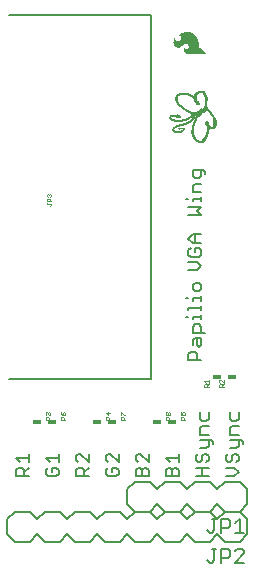
<source format=gbr>
G04 EAGLE Gerber RS-274X export*
G75*
%MOMM*%
%FSLAX34Y34*%
%LPD*%
%INSilkscreen Top*%
%IPPOS*%
%AMOC8*
5,1,8,0,0,1.08239X$1,22.5*%
G01*
%ADD10C,0.203200*%
%ADD11R,0.010600X0.341400*%
%ADD12R,0.010600X0.458600*%
%ADD13R,0.010800X0.501400*%
%ADD14R,0.010600X0.544000*%
%ADD15R,0.010600X0.587000*%
%ADD16R,0.010600X0.619000*%
%ADD17R,0.010600X0.672200*%
%ADD18R,0.010600X0.715200*%
%ADD19R,0.010600X0.747200*%
%ADD20R,0.010600X0.768600*%
%ADD21R,0.010600X0.811200*%
%ADD22R,0.010600X0.843200*%
%ADD23R,0.010600X0.875200*%
%ADD24R,0.010600X0.896600*%
%ADD25R,0.010600X0.928600*%
%ADD26R,0.010600X0.960600*%
%ADD27R,0.010600X0.981800*%
%ADD28R,0.010600X1.024600*%
%ADD29R,0.010600X1.056600*%
%ADD30R,0.010600X0.341600*%
%ADD31R,0.010600X0.320200*%
%ADD32R,0.010600X0.298600*%
%ADD33R,0.010600X0.288200*%
%ADD34R,0.010600X0.277200*%
%ADD35R,0.010600X0.256200*%
%ADD36R,0.010600X0.277400*%
%ADD37R,0.010600X0.224200*%
%ADD38R,0.010600X0.256000*%
%ADD39R,0.010600X0.213600*%
%ADD40R,0.010600X0.245400*%
%ADD41R,0.010600X0.202800*%
%ADD42R,0.010600X0.245200*%
%ADD43R,0.010600X0.192200*%
%ADD44R,0.010600X0.224000*%
%ADD45R,0.010600X0.213400*%
%ADD46R,0.010600X0.213200*%
%ADD47R,0.010600X0.234600*%
%ADD48R,0.010600X0.245600*%
%ADD49R,0.010600X0.181600*%
%ADD50R,0.010600X0.235000*%
%ADD51R,0.010600X0.171000*%
%ADD52R,0.010600X0.160200*%
%ADD53R,0.010600X0.149600*%
%ADD54R,0.010600X0.139000*%
%ADD55R,0.010600X0.117600*%
%ADD56R,0.010600X0.203000*%
%ADD57R,0.010600X0.106800*%
%ADD58R,0.010600X0.096200*%
%ADD59R,0.010600X0.085600*%
%ADD60R,0.010600X0.085400*%
%ADD61R,0.010600X0.170800*%
%ADD62R,0.010600X0.096000*%
%ADD63R,0.010600X0.160000*%
%ADD64R,0.010600X0.138600*%
%ADD65R,0.010600X0.106600*%
%ADD66R,0.010600X0.288000*%
%ADD67R,0.010600X0.384000*%
%ADD68R,0.010600X0.181400*%
%ADD69R,0.010600X0.149200*%
%ADD70R,0.010600X0.426600*%
%ADD71R,0.010600X0.149400*%
%ADD72R,0.010800X0.266600*%
%ADD73R,0.010800X0.160000*%
%ADD74R,0.010600X0.875000*%
%ADD75R,0.010600X0.928400*%
%ADD76R,0.010600X0.981600*%
%ADD77R,0.010600X1.035200*%
%ADD78R,0.010600X0.128000*%
%ADD79R,0.010600X1.078000*%
%ADD80R,0.010600X1.142000*%
%ADD81R,0.010600X1.184600*%
%ADD82R,0.010600X1.216600*%
%ADD83R,0.010600X1.238000*%
%ADD84R,0.010600X1.270000*%
%ADD85R,0.010600X0.480200*%
%ADD86R,0.010600X0.416000*%
%ADD87R,0.010600X0.394600*%
%ADD88R,0.010600X0.437600*%
%ADD89R,0.010600X0.266600*%
%ADD90R,0.010600X0.416200*%
%ADD91R,0.010600X0.352000*%
%ADD92R,0.010600X0.533600*%
%ADD93R,0.010600X0.395000*%
%ADD94R,0.010600X0.608400*%
%ADD95R,0.010600X0.373600*%
%ADD96R,0.010600X0.330600*%
%ADD97R,0.010600X0.715000*%
%ADD98R,0.010600X0.309400*%
%ADD99R,0.010600X0.309200*%
%ADD100R,0.010600X0.779000*%
%ADD101R,0.010600X0.320000*%
%ADD102R,0.010600X0.394800*%
%ADD103R,0.010600X0.907200*%
%ADD104R,0.010600X1.398000*%
%ADD105R,0.010600X1.419200*%
%ADD106R,0.010600X0.373400*%
%ADD107R,0.010600X1.451400*%
%ADD108R,0.010600X1.483400*%
%ADD109R,0.010600X0.362600*%
%ADD110R,0.010600X0.085200*%
%ADD111R,0.010600X1.504600*%
%ADD112R,0.010600X1.536600*%
%ADD113R,0.010600X1.558000*%
%ADD114R,0.010600X1.590000*%
%ADD115R,0.010600X0.522600*%
%ADD116R,0.010600X0.512000*%
%ADD117R,0.010600X0.501400*%
%ADD118R,0.010600X0.480000*%
%ADD119R,0.010600X0.459000*%
%ADD120R,0.010600X0.448200*%
%ADD121R,0.010600X0.427000*%
%ADD122R,0.010600X0.309600*%
%ADD123R,0.010600X0.384200*%
%ADD124R,0.010600X0.299000*%
%ADD125R,0.010600X0.298800*%
%ADD126R,0.010600X0.277600*%
%ADD127R,0.010600X0.267000*%
%ADD128R,0.010600X0.266800*%
%ADD129R,0.010600X0.202600*%
%ADD130R,0.010600X0.405600*%
%ADD131R,0.010600X0.234800*%
%ADD132R,0.010600X0.192000*%
%ADD133R,0.010600X0.448400*%
%ADD134R,0.010800X0.224200*%
%ADD135R,0.010800X0.469600*%
%ADD136R,0.010800X0.202600*%
%ADD137R,0.010600X0.469600*%
%ADD138R,0.010600X0.480400*%
%ADD139R,0.010600X0.491000*%
%ADD140R,0.010600X0.501600*%
%ADD141R,0.010600X0.117200*%
%ADD142R,0.010600X0.512200*%
%ADD143R,0.010600X0.490800*%
%ADD144R,0.010600X0.523000*%
%ADD145R,0.010600X0.554600*%
%ADD146R,0.010600X0.565400*%
%ADD147R,0.010600X0.170600*%
%ADD148R,0.010600X0.885600*%
%ADD149R,0.010600X0.853600*%
%ADD150R,0.010600X0.832200*%
%ADD151R,0.010600X0.800400*%
%ADD152R,0.010600X0.768200*%
%ADD153R,0.010600X0.736400*%
%ADD154R,0.010600X0.693600*%
%ADD155R,0.010600X0.117400*%
%ADD156R,0.010600X0.672400*%
%ADD157R,0.010600X0.064000*%
%ADD158R,0.010600X0.074600*%
%ADD159R,0.010600X0.629600*%
%ADD160R,0.010600X0.597600*%
%ADD161R,0.010600X0.021200*%
%ADD162R,0.010600X1.291400*%
%ADD163R,0.010800X1.195400*%
%ADD164R,0.010800X0.288000*%
%ADD165R,0.010800X0.106600*%
%ADD166R,0.010800X0.085400*%
%ADD167R,0.010600X1.152600*%
%ADD168R,0.010600X1.110000*%
%ADD169R,0.010600X0.971200*%
%ADD170R,0.010600X0.864600*%
%ADD171R,0.010600X0.800600*%
%ADD172R,0.010600X0.565600*%
%ADD173R,0.010600X0.490600*%
%ADD174R,0.010600X0.128200*%
%ADD175R,0.010600X0.138800*%
%ADD176R,0.010600X0.181200*%
%ADD177R,0.010600X0.074800*%
%ADD178R,0.010600X0.075000*%
%ADD179R,0.010800X0.085200*%
%ADD180R,0.010800X0.085600*%
%ADD181R,0.010800X0.170600*%
%ADD182R,0.010600X0.107000*%
%ADD183R,0.010600X0.053200*%
%ADD184R,0.010600X0.032000*%
%ADD185R,0.010600X0.053400*%
%ADD186R,0.010600X0.042600*%
%ADD187R,0.010600X0.010600*%
%ADD188R,0.010800X0.042600*%
%ADD189R,0.010800X0.074600*%
%ADD190R,0.010800X0.213200*%
%ADD191R,0.010600X0.725600*%
%ADD192R,0.010600X0.661600*%
%ADD193R,0.010600X0.522800*%
%ADD194R,0.010800X0.117200*%
%ADD195C,0.127000*%
%ADD196C,0.050800*%
%ADD197R,0.711200X0.406400*%
%ADD198C,0.025400*%

G36*
X168890Y412627D02*
X168890Y412627D01*
X168894Y412625D01*
X168934Y412646D01*
X168976Y412663D01*
X168978Y412668D01*
X168982Y412670D01*
X168995Y412713D01*
X169011Y412755D01*
X169009Y412760D01*
X169011Y412764D01*
X168975Y412834D01*
X168970Y412844D01*
X168969Y412845D01*
X163487Y417717D01*
X162705Y418571D01*
X162116Y419561D01*
X161989Y419912D01*
X161924Y420280D01*
X161924Y422555D01*
X161922Y422560D01*
X161924Y422566D01*
X161800Y423930D01*
X161794Y423940D01*
X161796Y423952D01*
X161428Y425271D01*
X161420Y425279D01*
X161419Y425292D01*
X160819Y426522D01*
X160812Y426529D01*
X160809Y426540D01*
X159992Y427697D01*
X159984Y427702D01*
X159981Y427711D01*
X159009Y428742D01*
X159001Y428746D01*
X158998Y428752D01*
X158997Y428753D01*
X158996Y428754D01*
X157889Y429639D01*
X157879Y429641D01*
X157872Y429650D01*
X156191Y430597D01*
X156180Y430598D01*
X156170Y430606D01*
X154346Y431234D01*
X154335Y431233D01*
X154324Y431240D01*
X152417Y431528D01*
X152406Y431525D01*
X152394Y431530D01*
X150466Y431469D01*
X150457Y431465D01*
X150445Y431467D01*
X149406Y431260D01*
X149398Y431255D01*
X149388Y431255D01*
X148390Y430897D01*
X148383Y430891D01*
X148372Y430890D01*
X147438Y430388D01*
X147431Y430379D01*
X147419Y430376D01*
X146282Y429469D01*
X146276Y429458D01*
X146263Y429451D01*
X145342Y428325D01*
X145330Y428282D01*
X145314Y428241D01*
X145316Y428236D01*
X145315Y428230D01*
X145337Y428192D01*
X145355Y428152D01*
X145361Y428149D01*
X145363Y428145D01*
X145392Y428137D01*
X145440Y428119D01*
X146320Y428119D01*
X146441Y428103D01*
X146543Y428059D01*
X146883Y427785D01*
X147131Y427424D01*
X147196Y427250D01*
X147254Y426712D01*
X147156Y426182D01*
X146907Y425694D01*
X146256Y424792D01*
X145902Y424380D01*
X145492Y424029D01*
X145034Y423746D01*
X144540Y423540D01*
X144240Y423481D01*
X143937Y423493D01*
X143418Y423650D01*
X142958Y423936D01*
X142588Y424331D01*
X142333Y424812D01*
X142195Y425302D01*
X142137Y425813D01*
X142137Y426416D01*
X142137Y426417D01*
X142128Y426439D01*
X142099Y426507D01*
X142007Y426542D01*
X141997Y426538D01*
X141922Y426504D01*
X141919Y426502D01*
X141918Y426501D01*
X141917Y426500D01*
X141897Y426479D01*
X141895Y426475D01*
X141892Y426474D01*
X141891Y426470D01*
X141886Y426468D01*
X141548Y426033D01*
X141544Y426018D01*
X141532Y426006D01*
X141311Y425502D01*
X141311Y425501D01*
X141159Y425145D01*
X141058Y424917D01*
X141058Y424907D01*
X141051Y424897D01*
X140831Y424019D01*
X140833Y424010D01*
X140828Y424000D01*
X140742Y423100D01*
X140746Y423090D01*
X140742Y423078D01*
X140808Y422210D01*
X140814Y422199D01*
X140813Y422186D01*
X141044Y421346D01*
X141052Y421336D01*
X141053Y421323D01*
X141441Y420543D01*
X141449Y420536D01*
X141452Y420525D01*
X142012Y419748D01*
X142019Y419744D01*
X142023Y419735D01*
X142681Y419039D01*
X142692Y419034D01*
X142700Y419023D01*
X143303Y418592D01*
X143318Y418589D01*
X143331Y418577D01*
X144023Y418310D01*
X144039Y418310D01*
X144054Y418302D01*
X144791Y418215D01*
X144806Y418220D01*
X144823Y418216D01*
X145558Y418315D01*
X145571Y418323D01*
X145588Y418323D01*
X146276Y418603D01*
X146285Y418612D01*
X146299Y418615D01*
X148057Y419802D01*
X148063Y419810D01*
X148073Y419814D01*
X149614Y421267D01*
X150049Y421637D01*
X150552Y421877D01*
X151100Y421979D01*
X151656Y421936D01*
X152181Y421750D01*
X152641Y421435D01*
X153006Y421010D01*
X153299Y420467D01*
X153497Y419881D01*
X153594Y419271D01*
X153559Y418560D01*
X153352Y417882D01*
X152987Y417276D01*
X152659Y416963D01*
X152255Y416757D01*
X151839Y416664D01*
X151411Y416664D01*
X150996Y416757D01*
X150858Y416829D01*
X150744Y416947D01*
X150145Y417771D01*
X150074Y417904D01*
X150046Y418042D01*
X150062Y418200D01*
X150048Y418243D01*
X150037Y418288D01*
X150033Y418290D01*
X150032Y418294D01*
X149991Y418314D01*
X149952Y418337D01*
X149948Y418336D01*
X149944Y418338D01*
X149901Y418323D01*
X149857Y418310D01*
X149855Y418307D01*
X149851Y418306D01*
X149832Y418268D01*
X149811Y418232D01*
X149735Y417749D01*
X149737Y417744D01*
X149734Y417739D01*
X149661Y416799D01*
X149663Y416793D01*
X149661Y416787D01*
X149662Y416784D01*
X149661Y416779D01*
X149734Y415839D01*
X149739Y415829D01*
X149738Y415817D01*
X149922Y415118D01*
X149930Y415108D01*
X149931Y415094D01*
X150252Y414446D01*
X150261Y414438D01*
X150265Y414424D01*
X150710Y413854D01*
X150721Y413848D01*
X150727Y413836D01*
X151277Y413366D01*
X151289Y413362D01*
X151298Y413351D01*
X152030Y412950D01*
X152043Y412949D01*
X152054Y412940D01*
X152853Y412700D01*
X152866Y412701D01*
X152879Y412695D01*
X153710Y412625D01*
X153716Y412627D01*
X153721Y412625D01*
X168885Y412625D01*
X168890Y412627D01*
G37*
D10*
X34536Y62744D02*
X32757Y60965D01*
X32757Y57406D01*
X34536Y55626D01*
X41655Y55626D01*
X43434Y57406D01*
X43434Y60965D01*
X41655Y62744D01*
X38095Y62744D01*
X38095Y59185D01*
X36316Y67320D02*
X32757Y70879D01*
X43434Y70879D01*
X43434Y67320D02*
X43434Y74438D01*
X134357Y55626D02*
X145034Y55626D01*
X134357Y55626D02*
X134357Y60965D01*
X136136Y62744D01*
X137916Y62744D01*
X139695Y60965D01*
X141475Y62744D01*
X143255Y62744D01*
X145034Y60965D01*
X145034Y55626D01*
X139695Y55626D02*
X139695Y60965D01*
X137916Y67320D02*
X134357Y70879D01*
X145034Y70879D01*
X145034Y67320D02*
X145034Y74438D01*
X185157Y55626D02*
X192275Y55626D01*
X195834Y59185D01*
X192275Y62744D01*
X185157Y62744D01*
X185157Y72659D02*
X186936Y74438D01*
X185157Y72659D02*
X185157Y69099D01*
X186936Y67320D01*
X188716Y67320D01*
X190495Y69099D01*
X190495Y72659D01*
X192275Y74438D01*
X194055Y74438D01*
X195834Y72659D01*
X195834Y69099D01*
X194055Y67320D01*
X194055Y79014D02*
X188716Y79014D01*
X194055Y79014D02*
X195834Y80793D01*
X195834Y86132D01*
X197614Y86132D02*
X188716Y86132D01*
X197614Y86132D02*
X199393Y84353D01*
X199393Y82573D01*
X195834Y90708D02*
X188716Y90708D01*
X188716Y96046D01*
X190495Y97826D01*
X195834Y97826D01*
X188716Y104181D02*
X188716Y109520D01*
X188716Y104181D02*
X190495Y102402D01*
X194055Y102402D01*
X195834Y104181D01*
X195834Y109520D01*
X18034Y55626D02*
X7357Y55626D01*
X7357Y60965D01*
X9136Y62744D01*
X12695Y62744D01*
X14475Y60965D01*
X14475Y55626D01*
X14475Y59185D02*
X18034Y62744D01*
X10916Y67320D02*
X7357Y70879D01*
X18034Y70879D01*
X18034Y67320D02*
X18034Y74438D01*
X58157Y55626D02*
X68834Y55626D01*
X58157Y55626D02*
X58157Y60965D01*
X59936Y62744D01*
X63495Y62744D01*
X65275Y60965D01*
X65275Y55626D01*
X65275Y59185D02*
X68834Y62744D01*
X68834Y67320D02*
X68834Y74438D01*
X68834Y67320D02*
X61716Y74438D01*
X59936Y74438D01*
X58157Y72659D01*
X58157Y69099D01*
X59936Y67320D01*
X159757Y55626D02*
X170434Y55626D01*
X165095Y55626D02*
X165095Y62744D01*
X159757Y62744D02*
X170434Y62744D01*
X159757Y72659D02*
X161536Y74438D01*
X159757Y72659D02*
X159757Y69099D01*
X161536Y67320D01*
X163316Y67320D01*
X165095Y69099D01*
X165095Y72659D01*
X166875Y74438D01*
X168655Y74438D01*
X170434Y72659D01*
X170434Y69099D01*
X168655Y67320D01*
X168655Y79014D02*
X163316Y79014D01*
X168655Y79014D02*
X170434Y80793D01*
X170434Y86132D01*
X172214Y86132D02*
X163316Y86132D01*
X172214Y86132D02*
X173993Y84353D01*
X173993Y82573D01*
X170434Y90708D02*
X163316Y90708D01*
X163316Y96046D01*
X165095Y97826D01*
X170434Y97826D01*
X163316Y104181D02*
X163316Y109520D01*
X163316Y104181D02*
X165095Y102402D01*
X168655Y102402D01*
X170434Y104181D01*
X170434Y109520D01*
X164084Y153416D02*
X153407Y153416D01*
X153407Y158755D01*
X155186Y160534D01*
X158745Y160534D01*
X160525Y158755D01*
X160525Y153416D01*
X156966Y166889D02*
X156966Y170449D01*
X158745Y172228D01*
X164084Y172228D01*
X164084Y166889D01*
X162305Y165110D01*
X160525Y166889D01*
X160525Y172228D01*
X156966Y176804D02*
X167643Y176804D01*
X156966Y176804D02*
X156966Y182143D01*
X158745Y183922D01*
X162305Y183922D01*
X164084Y182143D01*
X164084Y176804D01*
X156966Y188498D02*
X156966Y190277D01*
X164084Y190277D01*
X164084Y188498D02*
X164084Y192057D01*
X153407Y190277D02*
X151627Y190277D01*
X153407Y196294D02*
X153407Y198073D01*
X164084Y198073D01*
X164084Y196294D02*
X164084Y199853D01*
X156966Y204090D02*
X156966Y205869D01*
X164084Y205869D01*
X164084Y204090D02*
X164084Y207649D01*
X153407Y205869D02*
X151627Y205869D01*
X164084Y213665D02*
X164084Y217224D01*
X162305Y219004D01*
X158745Y219004D01*
X156966Y217224D01*
X156966Y213665D01*
X158745Y211886D01*
X162305Y211886D01*
X164084Y213665D01*
X160525Y229616D02*
X153407Y229616D01*
X160525Y229616D02*
X164084Y233175D01*
X160525Y236734D01*
X153407Y236734D01*
X153407Y246649D02*
X155186Y248428D01*
X153407Y246649D02*
X153407Y243089D01*
X155186Y241310D01*
X162305Y241310D01*
X164084Y243089D01*
X164084Y246649D01*
X162305Y248428D01*
X158745Y248428D01*
X158745Y244869D01*
X156966Y253004D02*
X164084Y253004D01*
X156966Y253004D02*
X153407Y256563D01*
X156966Y260122D01*
X164084Y260122D01*
X158745Y260122D02*
X158745Y253004D01*
X153407Y276392D02*
X164084Y276392D01*
X160525Y279951D01*
X164084Y283510D01*
X153407Y283510D01*
X156966Y288086D02*
X156966Y289865D01*
X164084Y289865D01*
X164084Y288086D02*
X164084Y291645D01*
X153407Y289865D02*
X151627Y289865D01*
X156966Y295882D02*
X164084Y295882D01*
X156966Y295882D02*
X156966Y301220D01*
X158745Y303000D01*
X164084Y303000D01*
X167643Y311135D02*
X167643Y312914D01*
X165864Y314694D01*
X156966Y314694D01*
X156966Y309355D01*
X158745Y307576D01*
X162305Y307576D01*
X164084Y309355D01*
X164084Y314694D01*
D11*
X177272Y354193D03*
D12*
X177166Y354459D03*
D13*
X177058Y354460D03*
D14*
X176950Y354459D03*
D15*
X176843Y354461D03*
D16*
X176736Y354514D03*
D17*
X176630Y354567D03*
D18*
X176523Y354566D03*
D19*
X176416Y354619D03*
D20*
X176310Y354620D03*
D21*
X176203Y354619D03*
D22*
X176096Y354673D03*
D23*
X175990Y354619D03*
D24*
X175883Y354620D03*
D25*
X175776Y354673D03*
D26*
X175670Y354726D03*
D27*
X175563Y354726D03*
D28*
X175456Y354833D03*
D29*
X175350Y354886D03*
D30*
X175243Y351311D03*
D31*
X175243Y358781D03*
X175136Y351098D03*
D32*
X175136Y358996D03*
D33*
X175029Y350938D03*
D34*
X175029Y359209D03*
D35*
X174923Y350778D03*
D36*
X174923Y359423D03*
D37*
X174816Y350618D03*
D38*
X174816Y359636D03*
D39*
X174709Y350565D03*
D40*
X174709Y359796D03*
D41*
X174603Y350511D03*
D42*
X174603Y360009D03*
D41*
X174496Y350404D03*
D40*
X174496Y360223D03*
D43*
X174389Y350351D03*
D42*
X174389Y360436D03*
D43*
X174283Y350351D03*
D44*
X174283Y360650D03*
D43*
X174176Y350351D03*
D44*
X174176Y360756D03*
D43*
X174069Y350351D03*
D44*
X174069Y360970D03*
D43*
X173963Y350351D03*
D45*
X173963Y361130D03*
D43*
X173856Y350351D03*
D46*
X173856Y361236D03*
D43*
X173749Y350351D03*
D44*
X173749Y361396D03*
D43*
X173643Y350351D03*
D44*
X173643Y361610D03*
D43*
X173536Y350351D03*
D47*
X173536Y361769D03*
D43*
X173429Y350351D03*
D47*
X173429Y361983D03*
D43*
X173323Y350351D03*
D47*
X173323Y362196D03*
D43*
X173216Y350351D03*
D47*
X173216Y362409D03*
D43*
X173109Y350351D03*
D47*
X173109Y362516D03*
D43*
X173003Y350351D03*
D48*
X173003Y362678D03*
D43*
X172896Y350351D03*
D35*
X172896Y362837D03*
D43*
X172789Y350351D03*
D48*
X172789Y362998D03*
D49*
X172683Y350405D03*
D50*
X172683Y363158D03*
D51*
X172576Y350458D03*
D37*
X172576Y363318D03*
D52*
X172469Y350511D03*
D39*
X172469Y363478D03*
D53*
X172362Y350565D03*
D39*
X172362Y363585D03*
D54*
X172256Y350618D03*
D41*
X172256Y363744D03*
D55*
X172149Y350725D03*
D41*
X172149Y363851D03*
D55*
X172042Y350831D03*
D56*
X172042Y363958D03*
D57*
X171936Y350884D03*
D41*
X171936Y364064D03*
D58*
X171829Y351044D03*
D41*
X171829Y364171D03*
D58*
X171722Y351151D03*
D43*
X171722Y364331D03*
D59*
X171616Y351311D03*
D51*
X171616Y364438D03*
D60*
X171509Y351526D03*
D61*
X171509Y364544D03*
D62*
X171402Y351686D03*
D63*
X171402Y364706D03*
D64*
X171296Y349123D03*
D65*
X171296Y351846D03*
D63*
X171296Y364813D03*
D66*
X171189Y348590D03*
D64*
X171189Y352006D03*
D63*
X171189Y364919D03*
D11*
X171082Y348643D03*
D63*
X171082Y352219D03*
X171082Y365026D03*
D67*
X170976Y348536D03*
D68*
X170976Y352433D03*
D69*
X170976Y365079D03*
D70*
X170869Y348536D03*
D44*
X170869Y352646D03*
D71*
X170869Y365186D03*
D13*
X170761Y348483D03*
D72*
X170761Y352752D03*
D73*
X170761Y365239D03*
D74*
X170653Y350031D03*
D71*
X170653Y365293D03*
D75*
X170546Y349978D03*
D64*
X170546Y365346D03*
D76*
X170440Y349924D03*
D64*
X170440Y365452D03*
D77*
X170333Y349763D03*
D78*
X170333Y365506D03*
D79*
X170226Y349763D03*
D46*
X170226Y366039D03*
D80*
X170120Y349550D03*
D44*
X170120Y366199D03*
D81*
X170013Y349443D03*
D47*
X170013Y366252D03*
D82*
X169906Y349390D03*
D47*
X169906Y366359D03*
D83*
X169800Y349283D03*
D40*
X169800Y366413D03*
D78*
X169800Y374576D03*
D84*
X169693Y349230D03*
D42*
X169693Y366519D03*
D46*
X169693Y374576D03*
D85*
X169586Y344854D03*
D86*
X169586Y353499D03*
D38*
X169586Y366573D03*
D87*
X169586Y374416D03*
D88*
X169480Y344321D03*
D67*
X169480Y353659D03*
D89*
X169480Y366626D03*
D85*
X169480Y374524D03*
D90*
X169373Y344001D03*
D91*
X169373Y353713D03*
D89*
X169373Y366626D03*
D92*
X169373Y374471D03*
D93*
X169266Y343788D03*
D11*
X169266Y353766D03*
D36*
X169266Y366573D03*
D94*
X169266Y374311D03*
D95*
X169160Y343468D03*
D96*
X169160Y353819D03*
D66*
X169160Y366519D03*
D97*
X169160Y374098D03*
D95*
X169053Y343254D03*
D98*
X169053Y353926D03*
D99*
X169053Y366519D03*
D100*
X169053Y373991D03*
D93*
X168946Y343041D03*
D32*
X168946Y353979D03*
D101*
X168946Y366466D03*
D22*
X168946Y374096D03*
D102*
X168839Y342934D03*
D34*
X168839Y353979D03*
D91*
X168839Y366519D03*
D103*
X168839Y373989D03*
D93*
X168733Y342721D03*
D38*
X168733Y354086D03*
D104*
X168733Y371643D03*
D87*
X168626Y342506D03*
D47*
X168626Y354086D03*
D105*
X168626Y371749D03*
D106*
X168519Y342293D03*
D46*
X168519Y354086D03*
D107*
X168519Y371803D03*
D106*
X168413Y342080D03*
D68*
X168413Y354033D03*
D108*
X168413Y371856D03*
D109*
X168306Y341919D03*
D110*
X168306Y353979D03*
D111*
X168306Y371856D03*
D109*
X168199Y341706D03*
D112*
X168199Y371909D03*
D11*
X168093Y341493D03*
D113*
X168093Y371909D03*
D11*
X167986Y341280D03*
D114*
X167986Y371963D03*
D11*
X167879Y341066D03*
D115*
X167879Y366626D03*
D95*
X167879Y378151D03*
D96*
X167773Y340906D03*
D116*
X167773Y366466D03*
D96*
X167773Y378472D03*
D11*
X167666Y340746D03*
D117*
X167666Y366306D03*
D96*
X167666Y378686D03*
X167559Y340586D03*
D118*
X167559Y366199D03*
D101*
X167559Y378846D03*
X167453Y340426D03*
D119*
X167453Y365985D03*
D98*
X167453Y379006D03*
D101*
X167346Y340319D03*
D120*
X167346Y365931D03*
D66*
X167346Y379113D03*
D101*
X167239Y340106D03*
D121*
X167239Y365825D03*
D36*
X167239Y379273D03*
D101*
X167133Y339999D03*
D90*
X167133Y365664D03*
D34*
X167133Y379379D03*
D98*
X167026Y339946D03*
D93*
X167026Y365558D03*
D89*
X167026Y379539D03*
D122*
X166919Y339838D03*
D102*
X166919Y365451D03*
D89*
X166919Y379646D03*
D122*
X166813Y339731D03*
D123*
X166813Y365398D03*
D40*
X166813Y379753D03*
D124*
X166706Y339678D03*
D123*
X166706Y365291D03*
D40*
X166706Y379860D03*
D125*
X166599Y339571D03*
D93*
X166599Y365238D03*
D42*
X166599Y379966D03*
D33*
X166493Y339518D03*
D102*
X166493Y365131D03*
D40*
X166493Y380073D03*
D33*
X166386Y339411D03*
D123*
X166386Y365078D03*
D47*
X166386Y380126D03*
D126*
X166279Y339358D03*
D93*
X166279Y365025D03*
D44*
X166279Y380180D03*
D127*
X166172Y339198D03*
D93*
X166172Y364918D03*
D47*
X166172Y380233D03*
D128*
X166066Y339091D03*
D123*
X166066Y364864D03*
D44*
X166066Y380286D03*
D128*
X165959Y339091D03*
D123*
X165959Y364758D03*
D45*
X165959Y380340D03*
D127*
X165852Y338985D03*
D123*
X165852Y364758D03*
D46*
X165852Y380446D03*
D35*
X165746Y338931D03*
D123*
X165746Y364651D03*
D129*
X165746Y380499D03*
D127*
X165639Y338878D03*
D93*
X165639Y364598D03*
D129*
X165639Y380499D03*
D35*
X165532Y338824D03*
D102*
X165532Y364491D03*
D129*
X165532Y380606D03*
D48*
X165426Y338771D03*
D130*
X165426Y364438D03*
D129*
X165426Y380606D03*
D48*
X165319Y338665D03*
D90*
X165319Y364278D03*
D129*
X165319Y380606D03*
D131*
X165212Y338611D03*
D121*
X165212Y364225D03*
D132*
X165212Y380660D03*
D37*
X165106Y338558D03*
D121*
X165106Y364118D03*
D129*
X165106Y380713D03*
D37*
X164999Y338558D03*
D120*
X164999Y364011D03*
D132*
X164999Y380766D03*
D37*
X164892Y338451D03*
D120*
X164892Y363904D03*
D132*
X164892Y380766D03*
D37*
X164786Y338451D03*
D133*
X164786Y363798D03*
D132*
X164786Y380873D03*
D37*
X164679Y338451D03*
D119*
X164679Y363745D03*
D132*
X164679Y380873D03*
D37*
X164572Y338451D03*
D119*
X164572Y363638D03*
D132*
X164572Y380873D03*
D37*
X164466Y338451D03*
D119*
X164466Y363531D03*
D129*
X164466Y380926D03*
D134*
X164358Y338451D03*
D135*
X164358Y363478D03*
D136*
X164358Y380926D03*
D37*
X164250Y338451D03*
D137*
X164250Y363371D03*
D129*
X164250Y380926D03*
D50*
X164143Y338398D03*
D138*
X164143Y363318D03*
D129*
X164143Y380926D03*
D50*
X164036Y338398D03*
D139*
X164036Y363265D03*
D45*
X164036Y380980D03*
D50*
X163930Y338398D03*
D139*
X163930Y363158D03*
D45*
X163930Y380980D03*
D37*
X163823Y338451D03*
D140*
X163823Y363104D03*
D45*
X163823Y380980D03*
D37*
X163716Y338451D03*
D139*
X163716Y363051D03*
D45*
X163716Y380980D03*
D37*
X163610Y338451D03*
D140*
X163610Y362998D03*
D44*
X163610Y380926D03*
D37*
X163503Y338451D03*
D140*
X163503Y362891D03*
D44*
X163503Y380926D03*
D37*
X163396Y338451D03*
D140*
X163396Y362784D03*
D44*
X163396Y380926D03*
D39*
X163290Y338505D03*
D140*
X163290Y362678D03*
D47*
X163290Y380873D03*
D39*
X163183Y338505D03*
D140*
X163183Y362571D03*
D47*
X163183Y380873D03*
D39*
X163076Y338505D03*
D140*
X163076Y362571D03*
D40*
X163076Y380820D03*
D56*
X162970Y338558D03*
D140*
X162970Y362464D03*
D40*
X162970Y380713D03*
D56*
X162863Y338558D03*
D140*
X162863Y362358D03*
D141*
X162863Y370682D03*
D47*
X162863Y380659D03*
D39*
X162756Y338611D03*
D142*
X162756Y362304D03*
D69*
X162756Y370842D03*
D42*
X162756Y380606D03*
D39*
X162650Y338611D03*
D142*
X162650Y362197D03*
D49*
X162650Y370895D03*
D47*
X162650Y380553D03*
D39*
X162543Y338718D03*
D140*
X162543Y362144D03*
D39*
X162543Y370948D03*
D40*
X162543Y380500D03*
D39*
X162436Y338718D03*
D139*
X162436Y362091D03*
D50*
X162436Y370948D03*
D47*
X162436Y380446D03*
D39*
X162329Y338718D03*
D140*
X162329Y362038D03*
D48*
X162329Y371001D03*
D47*
X162329Y380339D03*
D39*
X162223Y338825D03*
D143*
X162223Y361984D03*
D127*
X162223Y371108D03*
D47*
X162223Y380339D03*
D39*
X162116Y338825D03*
D140*
X162116Y361931D03*
D127*
X162116Y371108D03*
D47*
X162116Y380233D03*
D39*
X162009Y338931D03*
D142*
X162009Y361877D03*
D126*
X162009Y371161D03*
D40*
X162009Y380180D03*
D39*
X161903Y338931D03*
D142*
X161903Y361771D03*
D126*
X161903Y371161D03*
D40*
X161903Y380073D03*
D39*
X161796Y339038D03*
D142*
X161796Y361664D03*
D33*
X161796Y371214D03*
D47*
X161796Y380019D03*
D39*
X161689Y339038D03*
D142*
X161689Y361664D03*
D124*
X161689Y371268D03*
D47*
X161689Y379913D03*
D39*
X161583Y339145D03*
D144*
X161583Y361504D03*
D122*
X161583Y371321D03*
D47*
X161583Y379806D03*
D37*
X161476Y339198D03*
D144*
X161476Y361398D03*
D124*
X161476Y371375D03*
D44*
X161476Y379753D03*
D37*
X161369Y339304D03*
D144*
X161369Y361291D03*
D125*
X161369Y371481D03*
D44*
X161369Y379646D03*
D37*
X161263Y339411D03*
D92*
X161263Y361131D03*
D34*
X161263Y371589D03*
D44*
X161263Y379540D03*
D50*
X161156Y339465D03*
D14*
X161156Y360969D03*
D36*
X161156Y371696D03*
D40*
X161156Y379326D03*
D47*
X161049Y339572D03*
D145*
X161049Y360809D03*
D36*
X161049Y371803D03*
D38*
X161049Y379166D03*
D47*
X160943Y339679D03*
D146*
X160943Y360756D03*
D66*
X160943Y371963D03*
D32*
X160943Y378952D03*
D47*
X160836Y339786D03*
D68*
X160836Y358623D03*
D109*
X160836Y361663D03*
D66*
X160836Y372069D03*
D98*
X160836Y378793D03*
D44*
X160729Y339839D03*
D147*
X160729Y358249D03*
D11*
X160729Y361770D03*
D66*
X160729Y372176D03*
D98*
X160729Y378686D03*
D44*
X160623Y339946D03*
D49*
X160623Y357981D03*
D101*
X160623Y361770D03*
D32*
X160623Y372336D03*
D96*
X160623Y378579D03*
D44*
X160516Y340053D03*
D49*
X160516Y357768D03*
D98*
X160516Y361823D03*
X160516Y372603D03*
D109*
X160516Y378312D03*
D44*
X160409Y340159D03*
D41*
X160409Y357554D03*
D32*
X160409Y361876D03*
D148*
X160409Y375591D03*
D44*
X160303Y340266D03*
D39*
X160303Y357395D03*
D66*
X160303Y361930D03*
D149*
X160303Y375644D03*
D44*
X160196Y340373D03*
D35*
X160196Y357181D03*
D36*
X160196Y361983D03*
D150*
X160196Y375644D03*
D47*
X160089Y340532D03*
D128*
X160089Y357021D03*
D89*
X160089Y362036D03*
D151*
X160089Y375591D03*
D47*
X159983Y340639D03*
D33*
X159983Y356807D03*
D38*
X159983Y362090D03*
D152*
X159983Y375644D03*
D44*
X159876Y340799D03*
D126*
X159876Y356648D03*
D40*
X159876Y362143D03*
D153*
X159876Y375698D03*
D47*
X159769Y340959D03*
D125*
X159769Y356434D03*
D78*
X159769Y361556D03*
D62*
X159769Y362890D03*
D154*
X159769Y375698D03*
D47*
X159662Y341066D03*
D125*
X159662Y356114D03*
D155*
X159662Y361503D03*
D110*
X159662Y362943D03*
D156*
X159662Y375698D03*
D47*
X159556Y341279D03*
D124*
X159556Y355901D03*
D157*
X159556Y359103D03*
D65*
X159556Y361449D03*
D158*
X159556Y362996D03*
D159*
X159556Y375698D03*
D47*
X159449Y341386D03*
D98*
X159449Y355740D03*
D60*
X159449Y359103D03*
D65*
X159449Y361449D03*
D158*
X159449Y362996D03*
D160*
X159449Y375751D03*
D42*
X159342Y341546D03*
D96*
X159342Y355526D03*
D141*
X159342Y359049D03*
D65*
X159342Y361449D03*
D158*
X159342Y362996D03*
D38*
X159342Y374256D03*
D35*
X159342Y377351D03*
D38*
X159236Y341706D03*
D101*
X159236Y355260D03*
D64*
X159236Y359049D03*
D65*
X159236Y361449D03*
D158*
X159236Y362996D03*
D40*
X159236Y374310D03*
D147*
X159236Y377459D03*
D89*
X159129Y341866D03*
D98*
X159129Y354993D03*
D63*
X159129Y359049D03*
D65*
X159129Y361449D03*
D158*
X159129Y362996D03*
D44*
X159129Y374416D03*
D161*
X159129Y377032D03*
D157*
X159129Y377673D03*
D66*
X159022Y342080D03*
X159022Y354780D03*
D68*
X159022Y359156D03*
D65*
X159022Y361449D03*
D158*
X159022Y362996D03*
D45*
X159022Y374470D03*
D32*
X158916Y342239D03*
D66*
X158916Y354566D03*
D132*
X158916Y359103D03*
D65*
X158916Y361449D03*
D60*
X158916Y363050D03*
D47*
X158916Y374789D03*
D96*
X158809Y342506D03*
D98*
X158809Y354353D03*
D129*
X158809Y359049D03*
D65*
X158809Y361449D03*
D60*
X158809Y363050D03*
D47*
X158809Y375003D03*
D91*
X158702Y342720D03*
D32*
X158702Y354086D03*
D45*
X158702Y358996D03*
D65*
X158702Y361449D03*
D60*
X158702Y363050D03*
D40*
X158702Y375163D03*
D95*
X158596Y342934D03*
D101*
X158596Y353659D03*
D44*
X158596Y358943D03*
D65*
X158596Y361449D03*
D60*
X158596Y363050D03*
D131*
X158596Y375324D03*
D130*
X158489Y343201D03*
D101*
X158489Y353339D03*
D40*
X158489Y358943D03*
D62*
X158489Y361503D03*
D60*
X158489Y363050D03*
D50*
X158489Y375431D03*
D137*
X158382Y343628D03*
D95*
X158382Y352858D03*
D38*
X158382Y358889D03*
D62*
X158382Y361503D03*
D60*
X158382Y363050D03*
D37*
X158382Y375591D03*
D162*
X158276Y347843D03*
D89*
X158276Y358942D03*
D62*
X158276Y361503D03*
D60*
X158276Y363050D03*
D37*
X158276Y375698D03*
D83*
X158169Y347683D03*
D34*
X158169Y358889D03*
D62*
X158169Y361503D03*
D60*
X158169Y363050D03*
D37*
X158169Y375804D03*
D163*
X158061Y347683D03*
D164*
X158061Y358836D03*
D165*
X158061Y361449D03*
D166*
X158061Y363050D03*
D134*
X158061Y375911D03*
D167*
X157953Y347683D03*
D66*
X157953Y358836D03*
D65*
X157953Y361449D03*
D60*
X157953Y363050D03*
D37*
X157953Y376018D03*
D168*
X157846Y347576D03*
D122*
X157846Y358728D03*
D65*
X157846Y361449D03*
D60*
X157846Y363050D03*
D37*
X157846Y376124D03*
D77*
X157740Y347416D03*
D55*
X157740Y357661D03*
D63*
X157740Y359476D03*
D65*
X157740Y361449D03*
D60*
X157740Y363050D03*
D39*
X157740Y376178D03*
D169*
X157633Y347309D03*
D55*
X157633Y357555D03*
D69*
X157633Y359529D03*
D65*
X157633Y361449D03*
D60*
X157633Y363050D03*
D39*
X157633Y376285D03*
D103*
X157526Y347309D03*
D55*
X157526Y357448D03*
D64*
X157526Y359582D03*
D65*
X157526Y361449D03*
D60*
X157526Y363050D03*
D39*
X157526Y376391D03*
D170*
X157420Y347310D03*
D55*
X157420Y357341D03*
D64*
X157420Y359582D03*
D141*
X157420Y361396D03*
D62*
X157420Y363103D03*
D39*
X157420Y376498D03*
D171*
X157313Y347203D03*
D55*
X157313Y357235D03*
D64*
X157313Y359689D03*
D141*
X157313Y361396D03*
D62*
X157313Y363103D03*
D39*
X157313Y376605D03*
D97*
X157206Y347202D03*
D55*
X157206Y357235D03*
D32*
X157206Y360489D03*
D62*
X157206Y363103D03*
D56*
X157206Y376658D03*
D159*
X157100Y347201D03*
D55*
X157100Y357128D03*
D66*
X157100Y360543D03*
D62*
X157100Y363103D03*
D39*
X157100Y376711D03*
D172*
X156993Y347201D03*
D55*
X156993Y357021D03*
D66*
X156993Y360543D03*
D65*
X156993Y363156D03*
D39*
X156993Y376818D03*
D173*
X156886Y347149D03*
D55*
X156886Y356915D03*
D36*
X156886Y360490D03*
D65*
X156886Y363156D03*
D39*
X156886Y376925D03*
D11*
X156780Y346936D03*
D55*
X156780Y356808D03*
D38*
X156780Y360490D03*
D141*
X156780Y363103D03*
D39*
X156780Y377031D03*
D155*
X156673Y356700D03*
D42*
X156673Y360436D03*
D174*
X156673Y363158D03*
D41*
X156673Y377084D03*
D141*
X156566Y356593D03*
D47*
X156566Y360383D03*
D174*
X156566Y363158D03*
D41*
X156566Y377191D03*
D78*
X156460Y356540D03*
D129*
X156460Y360329D03*
D175*
X156460Y363211D03*
D56*
X156460Y377298D03*
D78*
X156353Y356433D03*
D132*
X156353Y360276D03*
D175*
X156353Y363211D03*
D56*
X156353Y377405D03*
D155*
X156246Y356380D03*
D147*
X156246Y360169D03*
D175*
X156246Y363211D03*
D56*
X156246Y377405D03*
D78*
X156139Y356327D03*
D63*
X156139Y360116D03*
D53*
X156139Y363265D03*
D129*
X156139Y377512D03*
D78*
X156033Y356220D03*
D63*
X156033Y360010D03*
D53*
X156033Y363265D03*
D129*
X156033Y377512D03*
D78*
X155926Y356113D03*
D62*
X155926Y359583D03*
D53*
X155926Y363371D03*
D129*
X155926Y377619D03*
D155*
X155819Y356060D03*
D62*
X155819Y359583D03*
D52*
X155819Y363318D03*
D132*
X155819Y377673D03*
D155*
X155713Y355953D03*
D110*
X155713Y359529D03*
D61*
X155713Y363371D03*
D129*
X155713Y377726D03*
D141*
X155606Y355846D03*
D62*
X155606Y359476D03*
D52*
X155606Y363424D03*
D132*
X155606Y377779D03*
D141*
X155499Y355846D03*
D62*
X155499Y359369D03*
D51*
X155499Y363478D03*
D68*
X155499Y377833D03*
D65*
X155393Y355793D03*
D62*
X155393Y359263D03*
D51*
X155393Y363478D03*
D176*
X155393Y377939D03*
D155*
X155286Y355740D03*
D65*
X155286Y359209D03*
D52*
X155286Y363531D03*
D176*
X155286Y377939D03*
D65*
X155179Y355686D03*
D62*
X155179Y359156D03*
D52*
X155179Y363531D03*
D147*
X155179Y377992D03*
D65*
X155073Y355579D03*
D60*
X155073Y358996D03*
D52*
X155073Y363638D03*
D147*
X155073Y378099D03*
D62*
X154966Y355526D03*
D158*
X154966Y358942D03*
D52*
X154966Y363638D03*
D147*
X154966Y378099D03*
D65*
X154859Y355473D03*
D158*
X154859Y358836D03*
D61*
X154859Y363691D03*
D63*
X154859Y378153D03*
D62*
X154753Y355420D03*
D158*
X154753Y358836D03*
D52*
X154753Y363744D03*
D63*
X154753Y378259D03*
D65*
X154646Y355366D03*
D60*
X154646Y358783D03*
D51*
X154646Y363798D03*
D63*
X154646Y378259D03*
D65*
X154539Y355259D03*
D62*
X154539Y358623D03*
D51*
X154539Y363798D03*
D63*
X154539Y378366D03*
D60*
X154433Y355153D03*
D110*
X154433Y358569D03*
D61*
X154433Y363904D03*
D63*
X154433Y378366D03*
D62*
X154326Y355100D03*
X154326Y358516D03*
D61*
X154326Y363904D03*
D69*
X154326Y378419D03*
D62*
X154219Y354993D03*
X154219Y358409D03*
D49*
X154219Y363958D03*
D63*
X154219Y378473D03*
D62*
X154113Y354993D03*
D60*
X154113Y358356D03*
D61*
X154113Y364011D03*
D71*
X154113Y378526D03*
D62*
X154006Y354886D03*
X154006Y358303D03*
D49*
X154006Y364065D03*
D63*
X154006Y378579D03*
D62*
X153899Y354886D03*
D110*
X153899Y358249D03*
D51*
X153899Y364118D03*
D71*
X153899Y378633D03*
D62*
X153793Y354780D03*
X153793Y358196D03*
D61*
X153793Y364224D03*
D63*
X153793Y378686D03*
D62*
X153686Y354780D03*
X153686Y358089D03*
D52*
X153686Y364278D03*
D69*
X153686Y378739D03*
D62*
X153579Y354780D03*
X153579Y358089D03*
D52*
X153579Y364278D03*
D71*
X153579Y378846D03*
D110*
X153472Y354726D03*
D60*
X153472Y358036D03*
D52*
X153472Y364384D03*
D63*
X153472Y378899D03*
D62*
X153366Y354673D03*
D110*
X153366Y357929D03*
D52*
X153366Y364384D03*
D71*
X153366Y378953D03*
D110*
X153259Y354619D03*
X153259Y357929D03*
D52*
X153259Y364491D03*
D63*
X153259Y379006D03*
D62*
X153152Y354566D03*
D158*
X153152Y357876D03*
D52*
X153152Y364491D03*
D69*
X153152Y379059D03*
D60*
X153046Y354513D03*
D110*
X153046Y357822D03*
D63*
X153046Y364599D03*
D64*
X153046Y379113D03*
D62*
X152939Y354460D03*
D158*
X152939Y357769D03*
D63*
X152939Y364599D03*
D69*
X152939Y379166D03*
D110*
X152832Y354406D03*
D59*
X152832Y357715D03*
D63*
X152832Y364706D03*
D69*
X152832Y379166D03*
D62*
X152726Y354353D03*
D177*
X152726Y357661D03*
D63*
X152726Y364706D03*
X152726Y379220D03*
D110*
X152619Y354299D03*
D177*
X152619Y357661D03*
D63*
X152619Y364813D03*
X152619Y379220D03*
D158*
X152512Y354246D03*
D177*
X152512Y357661D03*
D147*
X152512Y364866D03*
X152512Y379273D03*
D60*
X152406Y354193D03*
D59*
X152406Y357608D03*
D147*
X152406Y364972D03*
X152406Y379273D03*
D110*
X152299Y354086D03*
D177*
X152299Y357554D03*
D147*
X152299Y364972D03*
X152299Y379273D03*
D110*
X152192Y354086D03*
D177*
X152192Y357554D03*
D63*
X152192Y365026D03*
D147*
X152192Y379273D03*
D62*
X152086Y354033D03*
D59*
X152086Y357501D03*
D63*
X152086Y365133D03*
D147*
X152086Y379379D03*
D110*
X151979Y353979D03*
D178*
X151979Y357448D03*
D71*
X151979Y365186D03*
D147*
X151979Y379379D03*
D62*
X151872Y353926D03*
D59*
X151872Y357395D03*
D63*
X151872Y365239D03*
D147*
X151872Y379379D03*
D60*
X151766Y353873D03*
D177*
X151766Y357341D03*
D63*
X151766Y365346D03*
D147*
X151766Y379379D03*
D179*
X151658Y353766D03*
D180*
X151658Y357288D03*
D181*
X151658Y365399D03*
X151658Y379379D03*
D110*
X151550Y353766D03*
D59*
X151550Y357288D03*
D63*
X151550Y365453D03*
D147*
X151550Y379379D03*
D62*
X151443Y353713D03*
D58*
X151443Y357234D03*
D147*
X151443Y365506D03*
X151443Y379379D03*
D110*
X151336Y353659D03*
D58*
X151336Y357234D03*
D63*
X151336Y365559D03*
D147*
X151336Y379379D03*
D62*
X151230Y353606D03*
D58*
X151230Y357234D03*
D63*
X151230Y365666D03*
D147*
X151230Y379379D03*
D60*
X151123Y353553D03*
D59*
X151123Y357181D03*
D69*
X151123Y365719D03*
D147*
X151123Y379379D03*
D60*
X151016Y353553D03*
D58*
X151016Y357128D03*
D71*
X151016Y365826D03*
D147*
X151016Y379379D03*
D60*
X150910Y353553D03*
D58*
X150910Y357128D03*
D63*
X150910Y365879D03*
D147*
X150910Y379379D03*
D110*
X150803Y353446D03*
D59*
X150803Y357075D03*
D71*
X150803Y365933D03*
D147*
X150803Y379379D03*
D110*
X150696Y353446D03*
D58*
X150696Y357021D03*
D63*
X150696Y365986D03*
D147*
X150696Y379379D03*
D110*
X150590Y353446D03*
D58*
X150590Y357021D03*
D63*
X150590Y366093D03*
D147*
X150590Y379379D03*
D62*
X150483Y353393D03*
D182*
X150483Y356968D03*
D63*
X150483Y366199D03*
D176*
X150483Y379326D03*
D183*
X150376Y349016D03*
D110*
X150376Y353339D03*
D58*
X150376Y356914D03*
D63*
X150376Y366306D03*
D132*
X150376Y379380D03*
D158*
X150270Y349016D03*
D110*
X150270Y353339D03*
D58*
X150270Y356914D03*
D63*
X150270Y366413D03*
D132*
X150270Y379380D03*
D65*
X150163Y349069D03*
D60*
X150163Y353233D03*
X150163Y356860D03*
D147*
X150163Y366466D03*
D132*
X150163Y379380D03*
D64*
X150056Y349016D03*
D60*
X150056Y353233D03*
D62*
X150056Y356807D03*
D63*
X150056Y366520D03*
D132*
X150056Y379380D03*
D63*
X149950Y349016D03*
D62*
X149950Y353179D03*
X149950Y356807D03*
D147*
X149950Y366573D03*
D132*
X149950Y379380D03*
D176*
X149843Y349016D03*
D62*
X149843Y353179D03*
D65*
X149843Y356753D03*
D147*
X149843Y366679D03*
D132*
X149843Y379380D03*
X149736Y348963D03*
D60*
X149736Y353126D03*
D65*
X149736Y356753D03*
D147*
X149736Y366786D03*
D132*
X149736Y379380D03*
D45*
X149629Y348963D03*
D60*
X149629Y353126D03*
D62*
X149629Y356700D03*
D147*
X149629Y366893D03*
D132*
X149629Y379380D03*
D44*
X149523Y348910D03*
D62*
X149523Y353073D03*
D110*
X149523Y356646D03*
D176*
X149523Y366946D03*
D132*
X149523Y379380D03*
D62*
X149416Y348270D03*
D158*
X149416Y349656D03*
D110*
X149416Y353019D03*
X149416Y356646D03*
D147*
X149416Y366999D03*
D132*
X149416Y379380D03*
D62*
X149309Y348163D03*
D157*
X149309Y349710D03*
D62*
X149309Y352966D03*
X149309Y356593D03*
D147*
X149309Y367106D03*
D132*
X149309Y379380D03*
D62*
X149203Y348056D03*
D157*
X149203Y349710D03*
D62*
X149203Y352966D03*
X149203Y356593D03*
D147*
X149203Y367106D03*
D132*
X149203Y379380D03*
D62*
X149096Y347950D03*
D157*
X149096Y349710D03*
D60*
X149096Y352913D03*
X149096Y356540D03*
D147*
X149096Y367213D03*
D132*
X149096Y379380D03*
D65*
X148989Y347896D03*
D157*
X148989Y349710D03*
D60*
X148989Y352913D03*
D62*
X148989Y356487D03*
D176*
X148989Y367266D03*
D132*
X148989Y379380D03*
D62*
X148883Y347843D03*
D157*
X148883Y349710D03*
D60*
X148883Y352913D03*
D62*
X148883Y356487D03*
D68*
X148883Y367373D03*
D132*
X148883Y379380D03*
D62*
X148776Y347736D03*
D157*
X148776Y349710D03*
D62*
X148776Y352859D03*
D110*
X148776Y356433D03*
D68*
X148776Y367480D03*
D132*
X148776Y379380D03*
D65*
X148669Y347683D03*
D157*
X148669Y349710D03*
D62*
X148669Y352859D03*
D110*
X148669Y356433D03*
D176*
X148669Y367586D03*
D132*
X148669Y379380D03*
D62*
X148563Y347630D03*
D157*
X148563Y349710D03*
D60*
X148563Y352806D03*
D62*
X148563Y356380D03*
D132*
X148563Y367640D03*
X148563Y379380D03*
D62*
X148456Y347523D03*
D157*
X148456Y349710D03*
D62*
X148456Y352753D03*
X148456Y356380D03*
D132*
X148456Y367746D03*
D176*
X148456Y379326D03*
D62*
X148349Y347416D03*
D157*
X148349Y349710D03*
D62*
X148349Y352753D03*
D65*
X148349Y356326D03*
D132*
X148349Y367853D03*
D176*
X148349Y379326D03*
D62*
X148243Y347416D03*
D157*
X148243Y349710D03*
D110*
X148243Y352699D03*
D65*
X148243Y356326D03*
D176*
X148243Y367906D03*
X148243Y379326D03*
D62*
X148136Y347310D03*
D157*
X148136Y349710D03*
D110*
X148136Y352699D03*
D65*
X148136Y356326D03*
D132*
X148136Y367960D03*
D176*
X148136Y379326D03*
D110*
X148029Y347256D03*
D157*
X148029Y349710D03*
D110*
X148029Y352699D03*
D65*
X148029Y356326D03*
D132*
X148029Y368066D03*
D176*
X148029Y379326D03*
D158*
X147923Y347203D03*
D157*
X147923Y349710D03*
D62*
X147923Y352646D03*
D65*
X147923Y356326D03*
D129*
X147923Y368119D03*
D176*
X147923Y379326D03*
D158*
X147816Y347096D03*
D157*
X147816Y349710D03*
D60*
X147816Y352593D03*
D65*
X147816Y356326D03*
D129*
X147816Y368226D03*
D176*
X147816Y379326D03*
D158*
X147709Y347096D03*
D157*
X147709Y349710D03*
D60*
X147709Y352593D03*
D65*
X147709Y356326D03*
D129*
X147709Y368333D03*
D147*
X147709Y379273D03*
D158*
X147603Y347096D03*
D157*
X147603Y349710D03*
D60*
X147603Y352593D03*
D65*
X147603Y356326D03*
D129*
X147603Y368439D03*
D147*
X147603Y379273D03*
D60*
X147496Y347043D03*
D157*
X147496Y349710D03*
D158*
X147496Y352539D03*
D65*
X147496Y356326D03*
D184*
X147496Y359583D03*
D129*
X147496Y368546D03*
D147*
X147496Y379273D03*
D60*
X147389Y347043D03*
D157*
X147389Y349710D03*
D158*
X147389Y352539D03*
D65*
X147389Y356326D03*
D158*
X147389Y359583D03*
D132*
X147389Y368600D03*
D63*
X147389Y379220D03*
D110*
X147283Y346936D03*
D157*
X147283Y349710D03*
D60*
X147283Y352486D03*
D65*
X147283Y356326D03*
D110*
X147283Y359636D03*
D132*
X147283Y368706D03*
D147*
X147283Y379166D03*
D110*
X147176Y346936D03*
D157*
X147176Y349710D03*
D60*
X147176Y352486D03*
D65*
X147176Y356326D03*
X147176Y359636D03*
D132*
X147176Y368813D03*
D147*
X147176Y379166D03*
D110*
X147069Y346936D03*
D183*
X147069Y349763D03*
D60*
X147069Y352486D03*
D65*
X147069Y356326D03*
D78*
X147069Y359636D03*
D176*
X147069Y368866D03*
D63*
X147069Y379113D03*
D62*
X146962Y346883D03*
D183*
X146962Y349763D03*
D60*
X146962Y352486D03*
D65*
X146962Y356326D03*
D71*
X146962Y359636D03*
D132*
X146962Y368920D03*
D63*
X146962Y379113D03*
D110*
X146856Y346829D03*
D157*
X146856Y349710D03*
D62*
X146856Y352433D03*
D65*
X146856Y356326D03*
D71*
X146856Y359636D03*
D132*
X146856Y369026D03*
D69*
X146856Y379059D03*
D110*
X146749Y346829D03*
D157*
X146749Y349710D03*
D62*
X146749Y352433D03*
X146749Y356380D03*
D63*
X146749Y359689D03*
D68*
X146749Y369080D03*
D63*
X146749Y379006D03*
D110*
X146642Y346829D03*
D158*
X146642Y349656D03*
D110*
X146642Y352379D03*
D65*
X146642Y356326D03*
D147*
X146642Y359636D03*
D49*
X146642Y369188D03*
D147*
X146642Y378952D03*
D110*
X146536Y346829D03*
D157*
X146536Y349603D03*
D62*
X146536Y352326D03*
D65*
X146536Y356326D03*
D176*
X146536Y359689D03*
D49*
X146536Y369188D03*
D63*
X146536Y378899D03*
D110*
X146429Y346829D03*
D158*
X146429Y349550D03*
D62*
X146429Y352326D03*
D65*
X146429Y356326D03*
D132*
X146429Y359636D03*
D49*
X146429Y369295D03*
D147*
X146429Y378846D03*
D62*
X146322Y346776D03*
D60*
X146322Y349390D03*
D65*
X146322Y352272D03*
X146322Y356326D03*
D157*
X146322Y358996D03*
D110*
X146322Y360276D03*
D49*
X146322Y369401D03*
D147*
X146322Y378739D03*
D62*
X146216Y346776D03*
D60*
X146216Y349283D03*
D65*
X146216Y352272D03*
X146216Y356326D03*
D185*
X146216Y358943D03*
D158*
X146216Y360329D03*
D49*
X146216Y369508D03*
D68*
X146216Y378686D03*
D62*
X146109Y346776D03*
D157*
X146109Y349176D03*
D65*
X146109Y352272D03*
X146109Y356326D03*
D185*
X146109Y358836D03*
D158*
X146109Y360436D03*
D49*
X146109Y369615D03*
D176*
X146109Y378579D03*
D62*
X146002Y346776D03*
D185*
X146002Y349123D03*
D62*
X146002Y352219D03*
D65*
X146002Y356326D03*
D186*
X146002Y358782D03*
D158*
X146002Y360436D03*
D49*
X146002Y369721D03*
D147*
X146002Y378526D03*
D62*
X145896Y346776D03*
D186*
X145896Y349069D03*
D65*
X145896Y352166D03*
X145896Y356326D03*
D186*
X145896Y358782D03*
D158*
X145896Y360436D03*
D49*
X145896Y369828D03*
D68*
X145896Y378473D03*
D65*
X145789Y346722D03*
D187*
X145789Y349016D03*
D62*
X145789Y352113D03*
D65*
X145789Y356326D03*
D186*
X145789Y358782D03*
D110*
X145789Y360489D03*
D43*
X145789Y369988D03*
D68*
X145789Y378366D03*
D65*
X145682Y346722D03*
D62*
X145682Y352113D03*
D65*
X145682Y356326D03*
D186*
X145682Y358782D03*
D158*
X145682Y360543D03*
D43*
X145682Y370094D03*
D132*
X145682Y378313D03*
D65*
X145576Y346722D03*
X145576Y352059D03*
X145576Y356326D03*
D186*
X145576Y358782D03*
D158*
X145576Y360543D03*
D41*
X145576Y370254D03*
D129*
X145576Y378259D03*
D65*
X145469Y346722D03*
D62*
X145469Y352006D03*
D65*
X145469Y356326D03*
D186*
X145469Y358782D03*
D157*
X145469Y360596D03*
D39*
X145469Y370415D03*
D129*
X145469Y378152D03*
D165*
X145361Y346722D03*
X145361Y351952D03*
X145361Y356326D03*
D188*
X145361Y358782D03*
D189*
X145361Y360649D03*
D134*
X145361Y370574D03*
D190*
X145361Y378099D03*
D65*
X145253Y346722D03*
X145253Y351952D03*
X145253Y356326D03*
D183*
X145253Y358729D03*
D158*
X145253Y360649D03*
D37*
X145253Y370681D03*
D129*
X145253Y378046D03*
D65*
X145146Y346722D03*
D62*
X145146Y351899D03*
D65*
X145146Y356326D03*
D183*
X145146Y358729D03*
D158*
X145146Y360649D03*
D131*
X145146Y370841D03*
D129*
X145146Y377939D03*
D65*
X145040Y346722D03*
D62*
X145040Y351899D03*
D65*
X145040Y356326D03*
D183*
X145040Y358729D03*
D60*
X145040Y360703D03*
D50*
X145040Y371055D03*
D45*
X145040Y377886D03*
D65*
X144933Y346722D03*
D60*
X144933Y351846D03*
D65*
X144933Y356326D03*
D183*
X144933Y358729D03*
D158*
X144933Y360756D03*
D131*
X144933Y371161D03*
D46*
X144933Y377779D03*
D65*
X144826Y346722D03*
D62*
X144826Y351793D03*
D65*
X144826Y356326D03*
D183*
X144826Y358729D03*
D158*
X144826Y360756D03*
D40*
X144826Y371323D03*
D44*
X144826Y377726D03*
D65*
X144720Y346722D03*
D62*
X144720Y351793D03*
D65*
X144720Y356326D03*
D157*
X144720Y358676D03*
D158*
X144720Y360756D03*
D38*
X144720Y371483D03*
D50*
X144720Y377565D03*
D65*
X144613Y346722D03*
X144613Y351739D03*
X144613Y356326D03*
D157*
X144613Y358676D03*
D110*
X144613Y360809D03*
D89*
X144613Y371642D03*
D50*
X144613Y377458D03*
D65*
X144506Y346722D03*
D62*
X144506Y351686D03*
D65*
X144506Y356326D03*
D157*
X144506Y358676D03*
D62*
X144506Y360756D03*
D89*
X144506Y371856D03*
D131*
X144506Y377351D03*
D65*
X144400Y346722D03*
X144400Y351632D03*
X144400Y356326D03*
D157*
X144400Y358676D03*
D62*
X144400Y360756D03*
D36*
X144400Y372016D03*
D127*
X144400Y377085D03*
D65*
X144293Y346722D03*
D62*
X144293Y351579D03*
D65*
X144293Y356326D03*
D157*
X144293Y358676D03*
D62*
X144293Y360756D03*
D66*
X144293Y372176D03*
D126*
X144293Y376925D03*
D65*
X144186Y346722D03*
D62*
X144186Y351579D03*
D65*
X144186Y356326D03*
D157*
X144186Y358676D03*
D62*
X144186Y360756D03*
D191*
X144186Y374471D03*
D65*
X144080Y346722D03*
D57*
X144080Y351524D03*
D65*
X144080Y356326D03*
D157*
X144080Y358676D03*
D62*
X144080Y360756D03*
D154*
X144080Y374417D03*
D65*
X143973Y346722D03*
D58*
X143973Y351471D03*
D65*
X143973Y356326D03*
D183*
X143973Y358729D03*
D62*
X143973Y360756D03*
D192*
X143973Y374471D03*
D65*
X143866Y346722D03*
D58*
X143866Y351471D03*
D65*
X143866Y356326D03*
D62*
X143866Y360756D03*
D159*
X143866Y374417D03*
D65*
X143760Y346722D03*
D58*
X143760Y351364D03*
D65*
X143760Y356326D03*
D62*
X143760Y360756D03*
D160*
X143760Y374471D03*
D65*
X143653Y346722D03*
D57*
X143653Y351311D03*
D65*
X143653Y356326D03*
D62*
X143653Y360756D03*
D172*
X143653Y374524D03*
D65*
X143546Y346722D03*
D57*
X143546Y351311D03*
D62*
X143546Y356380D03*
X143546Y360756D03*
D193*
X143546Y374524D03*
D65*
X143439Y346722D03*
D58*
X143439Y351258D03*
D62*
X143439Y356380D03*
X143439Y360756D03*
D139*
X143439Y374471D03*
D65*
X143333Y346722D03*
D57*
X143333Y351204D03*
D62*
X143333Y356380D03*
X143333Y360756D03*
D120*
X143333Y374471D03*
D65*
X143226Y346722D03*
D57*
X143226Y351204D03*
D62*
X143226Y356380D03*
X143226Y360756D03*
D130*
X143226Y374578D03*
D65*
X143119Y346722D03*
D182*
X143119Y351098D03*
D62*
X143119Y356380D03*
X143119Y360756D03*
D95*
X143119Y374631D03*
D155*
X143013Y346776D03*
D57*
X143013Y350991D03*
D110*
X143013Y356433D03*
D62*
X143013Y360756D03*
D96*
X143013Y374629D03*
D155*
X142906Y346776D03*
D57*
X142906Y350991D03*
D110*
X142906Y356433D03*
D62*
X142906Y360756D03*
D34*
X142906Y374576D03*
D155*
X142799Y346776D03*
D57*
X142799Y350884D03*
D110*
X142799Y356433D03*
D62*
X142799Y360756D03*
D47*
X142799Y374576D03*
D78*
X142693Y346829D03*
D182*
X142693Y350778D03*
D110*
X142693Y356433D03*
D62*
X142693Y360756D03*
D65*
X142693Y374576D03*
D78*
X142586Y346936D03*
D182*
X142586Y350778D03*
D62*
X142586Y356487D03*
X142586Y360756D03*
D78*
X142479Y346936D03*
D57*
X142479Y350671D03*
D62*
X142479Y356487D03*
X142479Y360756D03*
D64*
X142373Y346989D03*
D57*
X142373Y350564D03*
D60*
X142373Y356540D03*
D62*
X142373Y360756D03*
D78*
X142266Y347043D03*
D62*
X142266Y350510D03*
D60*
X142266Y356540D03*
D62*
X142266Y360756D03*
D64*
X142159Y347096D03*
D65*
X142159Y350456D03*
D60*
X142159Y356540D03*
D62*
X142159Y360756D03*
D78*
X142053Y347150D03*
D62*
X142053Y350403D03*
D110*
X142053Y356646D03*
D62*
X142053Y360756D03*
D78*
X141946Y347256D03*
D62*
X141946Y350297D03*
D110*
X141946Y356646D03*
D62*
X141946Y360756D03*
D64*
X141839Y347309D03*
D62*
X141839Y350190D03*
D110*
X141839Y356646D03*
D62*
X141839Y360756D03*
D64*
X141733Y347416D03*
D62*
X141733Y350083D03*
X141733Y356700D03*
X141733Y360756D03*
D64*
X141626Y347523D03*
D62*
X141626Y349977D03*
X141626Y356700D03*
X141626Y360756D03*
D69*
X141519Y347576D03*
D62*
X141519Y349870D03*
D110*
X141519Y356753D03*
D62*
X141519Y360756D03*
D64*
X141413Y347736D03*
D65*
X141413Y349816D03*
D62*
X141413Y356807D03*
X141413Y360756D03*
D69*
X141306Y347789D03*
D141*
X141306Y349763D03*
D62*
X141306Y356807D03*
X141306Y360756D03*
D69*
X141199Y347896D03*
D78*
X141199Y349603D03*
D62*
X141199Y356807D03*
D65*
X141199Y360703D03*
D66*
X141093Y348696D03*
D57*
X141093Y356861D03*
D65*
X141093Y360703D03*
D89*
X140986Y348696D03*
D58*
X140986Y356914D03*
D65*
X140986Y360703D03*
D47*
X140879Y348643D03*
D58*
X140879Y356914D03*
D62*
X140879Y360650D03*
D132*
X140772Y348643D03*
D182*
X140772Y356968D03*
D62*
X140772Y360650D03*
D63*
X140666Y348590D03*
D58*
X140666Y357021D03*
D62*
X140666Y360650D03*
D155*
X140559Y348590D03*
D58*
X140559Y357021D03*
D62*
X140559Y360650D03*
D110*
X140452Y348536D03*
D58*
X140452Y357021D03*
D62*
X140452Y360650D03*
D57*
X140346Y357074D03*
D62*
X140346Y360650D03*
D58*
X140239Y357128D03*
D62*
X140239Y360543D03*
D58*
X140132Y357128D03*
D62*
X140132Y360543D03*
D58*
X140026Y357234D03*
D62*
X140026Y360543D03*
D182*
X139919Y357288D03*
D110*
X139919Y360489D03*
D58*
X139812Y357341D03*
D62*
X139812Y360436D03*
D57*
X139706Y357394D03*
D62*
X139706Y360436D03*
D58*
X139599Y357448D03*
D62*
X139599Y360436D03*
D57*
X139492Y357501D03*
D62*
X139492Y360330D03*
D58*
X139386Y357554D03*
D62*
X139386Y360330D03*
D59*
X139279Y357608D03*
D65*
X139279Y360276D03*
D58*
X139172Y357661D03*
D65*
X139172Y360169D03*
D59*
X139066Y357715D03*
D141*
X139066Y360116D03*
D179*
X138958Y357822D03*
D194*
X138958Y360009D03*
D62*
X138850Y357876D03*
D78*
X138850Y359956D03*
D62*
X138743Y357876D03*
D78*
X138743Y359850D03*
D62*
X138636Y357983D03*
D78*
X138636Y359743D03*
D155*
X138530Y358196D03*
D64*
X138530Y359689D03*
D38*
X138423Y358996D03*
D47*
X138316Y358996D03*
D44*
X138210Y358943D03*
D129*
X138103Y358942D03*
D68*
X137996Y358943D03*
D63*
X137890Y358943D03*
D64*
X137783Y358942D03*
D65*
X137676Y358996D03*
D10*
X85336Y62744D02*
X83557Y60965D01*
X83557Y57406D01*
X85336Y55626D01*
X92455Y55626D01*
X94234Y57406D01*
X94234Y60965D01*
X92455Y62744D01*
X88895Y62744D01*
X88895Y59185D01*
X94234Y67320D02*
X94234Y74438D01*
X94234Y67320D02*
X87116Y74438D01*
X85336Y74438D01*
X83557Y72659D01*
X83557Y69099D01*
X85336Y67320D01*
X108957Y55626D02*
X119634Y55626D01*
X108957Y55626D02*
X108957Y60965D01*
X110736Y62744D01*
X112516Y62744D01*
X114295Y60965D01*
X116075Y62744D01*
X117855Y62744D01*
X119634Y60965D01*
X119634Y55626D01*
X114295Y55626D02*
X114295Y60965D01*
X119634Y67320D02*
X119634Y74438D01*
X119634Y67320D02*
X112516Y74438D01*
X110736Y74438D01*
X108957Y72659D01*
X108957Y69099D01*
X110736Y67320D01*
X107950Y25400D02*
X120650Y25400D01*
X107950Y25400D02*
X101600Y31750D01*
X101600Y44450D02*
X107950Y50800D01*
X146050Y25400D02*
X152400Y31750D01*
X146050Y25400D02*
X133350Y25400D01*
X127000Y31750D01*
X127000Y44450D02*
X133350Y50800D01*
X146050Y50800D01*
X152400Y44450D01*
X127000Y31750D02*
X120650Y25400D01*
X127000Y44450D02*
X120650Y50800D01*
X107950Y50800D01*
X184150Y25400D02*
X196850Y25400D01*
X184150Y25400D02*
X177800Y31750D01*
X177800Y44450D02*
X184150Y50800D01*
X177800Y31750D02*
X171450Y25400D01*
X158750Y25400D01*
X152400Y31750D01*
X152400Y44450D02*
X158750Y50800D01*
X171450Y50800D01*
X177800Y44450D01*
X203200Y44450D02*
X203200Y31750D01*
X196850Y25400D01*
X203200Y44450D02*
X196850Y50800D01*
X184150Y50800D01*
X101600Y44450D02*
X101600Y31750D01*
D195*
X169515Y9654D02*
X171422Y7747D01*
X173328Y7747D01*
X175235Y9654D01*
X175235Y19187D01*
X173328Y19187D02*
X177142Y19187D01*
X181209Y19187D02*
X181209Y7747D01*
X181209Y19187D02*
X186929Y19187D01*
X188836Y17280D01*
X188836Y13467D01*
X186929Y11560D01*
X181209Y11560D01*
X192903Y15374D02*
X196716Y19187D01*
X196716Y7747D01*
X192903Y7747D02*
X200529Y7747D01*
D10*
X44450Y0D02*
X31750Y0D01*
X25400Y6350D01*
X25400Y19050D02*
X31750Y25400D01*
X69850Y0D02*
X76200Y6350D01*
X69850Y0D02*
X57150Y0D01*
X50800Y6350D01*
X50800Y19050D02*
X57150Y25400D01*
X69850Y25400D01*
X76200Y19050D01*
X50800Y6350D02*
X44450Y0D01*
X50800Y19050D02*
X44450Y25400D01*
X31750Y25400D01*
X107950Y0D02*
X120650Y0D01*
X107950Y0D02*
X101600Y6350D01*
X101600Y19050D02*
X107950Y25400D01*
X101600Y6350D02*
X95250Y0D01*
X82550Y0D01*
X76200Y6350D01*
X76200Y19050D02*
X82550Y25400D01*
X95250Y25400D01*
X101600Y19050D01*
X146050Y0D02*
X152400Y6350D01*
X146050Y0D02*
X133350Y0D01*
X127000Y6350D01*
X127000Y19050D02*
X133350Y25400D01*
X146050Y25400D01*
X152400Y19050D01*
X127000Y6350D02*
X120650Y0D01*
X127000Y19050D02*
X120650Y25400D01*
X107950Y25400D01*
X184150Y0D02*
X196850Y0D01*
X184150Y0D02*
X177800Y6350D01*
X177800Y19050D02*
X184150Y25400D01*
X177800Y6350D02*
X171450Y0D01*
X158750Y0D01*
X152400Y6350D01*
X152400Y19050D02*
X158750Y25400D01*
X171450Y25400D01*
X177800Y19050D01*
X203200Y19050D02*
X203200Y6350D01*
X196850Y0D01*
X203200Y19050D02*
X196850Y25400D01*
X184150Y25400D01*
X19050Y0D02*
X6350Y0D01*
X0Y6350D01*
X0Y19050D01*
X6350Y25400D01*
X25400Y6350D02*
X19050Y0D01*
X25400Y19050D02*
X19050Y25400D01*
X6350Y25400D01*
D195*
X169515Y-15746D02*
X171422Y-17653D01*
X173328Y-17653D01*
X175235Y-15746D01*
X175235Y-6213D01*
X173328Y-6213D02*
X177142Y-6213D01*
X181209Y-6213D02*
X181209Y-17653D01*
X181209Y-6213D02*
X186929Y-6213D01*
X188836Y-8120D01*
X188836Y-11933D01*
X186929Y-13840D01*
X181209Y-13840D01*
X192903Y-17653D02*
X200529Y-17653D01*
X192903Y-17653D02*
X200529Y-10027D01*
X200529Y-8120D01*
X198623Y-6213D01*
X194810Y-6213D01*
X192903Y-8120D01*
D10*
X121900Y138100D02*
X1600Y138100D01*
X1600Y446100D02*
X121900Y446100D01*
X121900Y138100D01*
D196*
X36453Y284404D02*
X37046Y284997D01*
X37046Y285590D01*
X36453Y286184D01*
X33487Y286184D01*
X33487Y286777D02*
X33487Y285590D01*
X33487Y288146D02*
X37046Y288146D01*
X33487Y288146D02*
X33487Y289926D01*
X34080Y290519D01*
X35267Y290519D01*
X35860Y289926D01*
X35860Y288146D01*
X34080Y291888D02*
X33487Y292481D01*
X33487Y293668D01*
X34080Y294261D01*
X34673Y294261D01*
X35267Y293668D01*
X35267Y293074D01*
X35267Y293668D02*
X35860Y294261D01*
X36453Y294261D01*
X37046Y293668D01*
X37046Y292481D01*
X36453Y291888D01*
D197*
X177800Y139700D03*
D198*
X170688Y130937D02*
X166875Y130937D01*
X166875Y132844D01*
X167510Y133479D01*
X168781Y133479D01*
X169417Y132844D01*
X169417Y130937D01*
X169417Y132208D02*
X170688Y133479D01*
X168146Y134679D02*
X166875Y135950D01*
X170688Y135950D01*
X170688Y134679D02*
X170688Y137221D01*
D197*
X190500Y139700D03*
D198*
X183388Y130937D02*
X179575Y130937D01*
X179575Y132844D01*
X180210Y133479D01*
X181481Y133479D01*
X182117Y132844D01*
X182117Y130937D01*
X182117Y132208D02*
X183388Y133479D01*
X183388Y134679D02*
X183388Y137221D01*
X183388Y134679D02*
X180846Y137221D01*
X180210Y137221D01*
X179575Y136586D01*
X179575Y135315D01*
X180210Y134679D01*
D197*
X25400Y101600D03*
D198*
X32509Y103133D02*
X36322Y103133D01*
X32509Y103133D02*
X32509Y105039D01*
X33144Y105675D01*
X34415Y105675D01*
X35051Y105039D01*
X35051Y103133D01*
X35051Y104404D02*
X36322Y105675D01*
X33144Y106875D02*
X32509Y107510D01*
X32509Y108782D01*
X33144Y109417D01*
X33780Y109417D01*
X34415Y108782D01*
X34415Y108146D01*
X34415Y108782D02*
X35051Y109417D01*
X35686Y109417D01*
X36322Y108782D01*
X36322Y107510D01*
X35686Y106875D01*
D197*
X76200Y101600D03*
D198*
X83309Y103133D02*
X87122Y103133D01*
X83309Y103133D02*
X83309Y105039D01*
X83944Y105675D01*
X85215Y105675D01*
X85851Y105039D01*
X85851Y103133D01*
X85851Y104404D02*
X87122Y105675D01*
X87122Y108782D02*
X83309Y108782D01*
X85215Y106875D01*
X85215Y109417D01*
D197*
X139700Y101600D03*
D198*
X146809Y103133D02*
X150622Y103133D01*
X146809Y103133D02*
X146809Y105039D01*
X147444Y105675D01*
X148715Y105675D01*
X149351Y105039D01*
X149351Y103133D01*
X149351Y104404D02*
X150622Y105675D01*
X146809Y106875D02*
X146809Y109417D01*
X146809Y106875D02*
X148715Y106875D01*
X148080Y108146D01*
X148080Y108782D01*
X148715Y109417D01*
X149986Y109417D01*
X150622Y108782D01*
X150622Y107510D01*
X149986Y106875D01*
D197*
X38100Y101600D03*
D198*
X45209Y103133D02*
X49022Y103133D01*
X45209Y103133D02*
X45209Y105039D01*
X45844Y105675D01*
X47115Y105675D01*
X47751Y105039D01*
X47751Y103133D01*
X47751Y104404D02*
X49022Y105675D01*
X45844Y108146D02*
X45209Y109417D01*
X45844Y108146D02*
X47115Y106875D01*
X48386Y106875D01*
X49022Y107510D01*
X49022Y108782D01*
X48386Y109417D01*
X47751Y109417D01*
X47115Y108782D01*
X47115Y106875D01*
D197*
X88900Y101600D03*
D198*
X96009Y103133D02*
X99822Y103133D01*
X96009Y103133D02*
X96009Y105039D01*
X96644Y105675D01*
X97915Y105675D01*
X98551Y105039D01*
X98551Y103133D01*
X98551Y104404D02*
X99822Y105675D01*
X96009Y106875D02*
X96009Y109417D01*
X96644Y109417D01*
X99186Y106875D01*
X99822Y106875D01*
D197*
X127000Y101600D03*
D198*
X134109Y103133D02*
X137922Y103133D01*
X134109Y103133D02*
X134109Y105039D01*
X134744Y105675D01*
X136015Y105675D01*
X136651Y105039D01*
X136651Y103133D01*
X136651Y104404D02*
X137922Y105675D01*
X134744Y106875D02*
X134109Y107510D01*
X134109Y108782D01*
X134744Y109417D01*
X135380Y109417D01*
X136015Y108782D01*
X136651Y109417D01*
X137286Y109417D01*
X137922Y108782D01*
X137922Y107510D01*
X137286Y106875D01*
X136651Y106875D01*
X136015Y107510D01*
X135380Y106875D01*
X134744Y106875D01*
X136015Y107510D02*
X136015Y108782D01*
M02*

</source>
